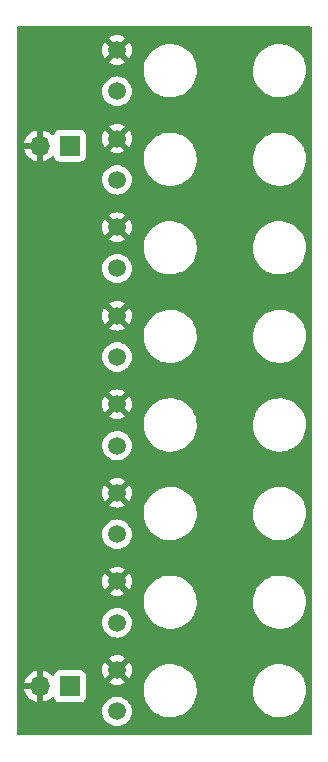
<source format=gbr>
%TF.GenerationSoftware,KiCad,Pcbnew,7.0.1*%
%TF.CreationDate,2023-10-04T10:51:44-04:00*%
%TF.ProjectId,TacTile-L1,54616354-696c-4652-9d4c-312e6b696361,rev?*%
%TF.SameCoordinates,Original*%
%TF.FileFunction,Copper,L1,Top*%
%TF.FilePolarity,Positive*%
%FSLAX46Y46*%
G04 Gerber Fmt 4.6, Leading zero omitted, Abs format (unit mm)*
G04 Created by KiCad (PCBNEW 7.0.1) date 2023-10-04 10:51:44*
%MOMM*%
%LPD*%
G01*
G04 APERTURE LIST*
%TA.AperFunction,ComponentPad*%
%ADD10C,1.500000*%
%TD*%
%TA.AperFunction,ComponentPad*%
%ADD11R,1.700000X1.700000*%
%TD*%
%TA.AperFunction,ComponentPad*%
%ADD12O,1.700000X1.700000*%
%TD*%
G04 APERTURE END LIST*
D10*
%TO.P,LD6,1,K*%
%TO.N,/GND*%
X33500000Y-68000000D03*
%TO.P,LD6,2,A*%
%TO.N,/VCC*%
X33500000Y-64500000D03*
%TD*%
%TO.P,LD2,1,K*%
%TO.N,/GND*%
X33500000Y-38000000D03*
%TO.P,LD2,2,A*%
%TO.N,/VCC*%
X33500000Y-34500000D03*
%TD*%
%TO.P,LD7,1,K*%
%TO.N,/GND*%
X33500000Y-75500000D03*
%TO.P,LD7,2,A*%
%TO.N,/VCC*%
X33500000Y-72000000D03*
%TD*%
%TO.P,LD8,1,K*%
%TO.N,/GND*%
X33500000Y-83000000D03*
%TO.P,LD8,2,A*%
%TO.N,/VCC*%
X33500000Y-79500000D03*
%TD*%
D11*
%TO.P,J2,1,Pin_1*%
%TO.N,/GND*%
X29500000Y-80875000D03*
D12*
%TO.P,J2,2,Pin_2*%
%TO.N,/VCC*%
X26960000Y-80875000D03*
%TD*%
D10*
%TO.P,LD5,1,K*%
%TO.N,/GND*%
X33500000Y-60500000D03*
%TO.P,LD5,2,A*%
%TO.N,/VCC*%
X33500000Y-57000000D03*
%TD*%
D11*
%TO.P,J1,1,Pin_1*%
%TO.N,/GND*%
X29500000Y-35100000D03*
D12*
%TO.P,J1,2,Pin_2*%
%TO.N,/VCC*%
X26960000Y-35100000D03*
%TD*%
D10*
%TO.P,LD3,1,K*%
%TO.N,/GND*%
X33500000Y-45500000D03*
%TO.P,LD3,2,A*%
%TO.N,/VCC*%
X33500000Y-42000000D03*
%TD*%
%TO.P,LD1,1,K*%
%TO.N,/GND*%
X33500000Y-30500000D03*
%TO.P,LD1,2,A*%
%TO.N,/VCC*%
X33500000Y-27000000D03*
%TD*%
%TO.P,LD4,1,K*%
%TO.N,/GND*%
X33500000Y-53000000D03*
%TO.P,LD4,2,A*%
%TO.N,/VCC*%
X33500000Y-49500000D03*
%TD*%
%TA.AperFunction,Conductor*%
%TO.N,/VCC*%
G36*
X49937500Y-25017113D02*
G01*
X49982887Y-25062500D01*
X49999500Y-25124500D01*
X49999500Y-84875500D01*
X49982887Y-84937500D01*
X49937500Y-84982887D01*
X49875500Y-84999500D01*
X25124500Y-84999500D01*
X25062500Y-84982887D01*
X25017113Y-84937500D01*
X25000500Y-84875500D01*
X25000500Y-82999999D01*
X32244722Y-82999999D01*
X32263792Y-83217974D01*
X32307404Y-83380737D01*
X32320425Y-83429330D01*
X32412898Y-83627639D01*
X32538402Y-83806877D01*
X32693123Y-83961598D01*
X32872361Y-84087102D01*
X33070670Y-84179575D01*
X33282023Y-84236207D01*
X33500000Y-84255277D01*
X33717977Y-84236207D01*
X33929330Y-84179575D01*
X34127639Y-84087102D01*
X34306877Y-83961598D01*
X34461598Y-83806877D01*
X34587102Y-83627639D01*
X34679575Y-83429330D01*
X34736207Y-83217977D01*
X34755277Y-83000000D01*
X34736207Y-82782023D01*
X34679575Y-82570670D01*
X34587102Y-82372362D01*
X34461598Y-82193123D01*
X34306877Y-82038402D01*
X34127639Y-81912898D01*
X34036205Y-81870261D01*
X33929331Y-81820425D01*
X33717974Y-81763792D01*
X33500000Y-81744722D01*
X33282025Y-81763792D01*
X33070668Y-81820425D01*
X32872361Y-81912898D01*
X32693122Y-82038402D01*
X32538402Y-82193122D01*
X32412898Y-82372361D01*
X32320425Y-82570668D01*
X32263792Y-82782025D01*
X32244722Y-82999999D01*
X25000500Y-82999999D01*
X25000500Y-81125000D01*
X25629364Y-81125000D01*
X25686569Y-81338492D01*
X25786399Y-81552576D01*
X25921893Y-81746081D01*
X26088918Y-81913106D01*
X26282423Y-82048600D01*
X26496507Y-82148430D01*
X26709999Y-82205635D01*
X26710000Y-82205636D01*
X26710000Y-82205635D01*
X27210000Y-82205635D01*
X27423492Y-82148430D01*
X27637576Y-82048600D01*
X27831077Y-81913109D01*
X27953133Y-81791053D01*
X28005880Y-81759757D01*
X28067173Y-81757568D01*
X28122018Y-81785021D01*
X28156996Y-81835399D01*
X28206204Y-81967331D01*
X28292454Y-82082546D01*
X28407669Y-82168796D01*
X28542517Y-82219091D01*
X28602127Y-82225500D01*
X30397872Y-82225499D01*
X30457483Y-82219091D01*
X30592331Y-82168796D01*
X30707546Y-82082546D01*
X30793796Y-81967331D01*
X30844091Y-81832483D01*
X30850500Y-81772873D01*
X30850500Y-81325372D01*
X35745723Y-81325372D01*
X35775881Y-81625160D01*
X35845731Y-81918262D01*
X35954021Y-82199432D01*
X36098824Y-82463664D01*
X36098825Y-82463665D01*
X36277554Y-82706238D01*
X36487020Y-82922824D01*
X36723485Y-83109558D01*
X36982730Y-83263109D01*
X37260128Y-83380736D01*
X37260129Y-83380736D01*
X37260131Y-83380737D01*
X37324179Y-83398281D01*
X37550729Y-83460340D01*
X37849347Y-83500500D01*
X38075244Y-83500500D01*
X38075246Y-83500500D01*
X38300635Y-83485412D01*
X38423994Y-83460338D01*
X38595903Y-83425396D01*
X38880537Y-83326560D01*
X39149459Y-83190668D01*
X39397869Y-83020144D01*
X39621333Y-82818032D01*
X39815865Y-82587939D01*
X39977993Y-82333970D01*
X40104823Y-82060658D01*
X40194093Y-81772879D01*
X40244209Y-81475770D01*
X40249237Y-81325372D01*
X44995723Y-81325372D01*
X45025881Y-81625160D01*
X45095731Y-81918262D01*
X45204021Y-82199432D01*
X45348824Y-82463664D01*
X45348825Y-82463665D01*
X45527554Y-82706238D01*
X45737020Y-82922824D01*
X45973485Y-83109558D01*
X46232730Y-83263109D01*
X46510128Y-83380736D01*
X46510129Y-83380736D01*
X46510131Y-83380737D01*
X46574179Y-83398281D01*
X46800729Y-83460340D01*
X47099347Y-83500500D01*
X47325244Y-83500500D01*
X47325246Y-83500500D01*
X47550635Y-83485412D01*
X47673994Y-83460338D01*
X47845903Y-83425396D01*
X48130537Y-83326560D01*
X48399459Y-83190668D01*
X48647869Y-83020144D01*
X48871333Y-82818032D01*
X49065865Y-82587939D01*
X49227993Y-82333970D01*
X49354823Y-82060658D01*
X49444093Y-81772879D01*
X49494209Y-81475770D01*
X49504277Y-81174631D01*
X49474118Y-80874838D01*
X49404269Y-80581739D01*
X49349425Y-80439339D01*
X49295978Y-80300567D01*
X49151175Y-80036335D01*
X48972445Y-79793761D01*
X48762979Y-79577175D01*
X48526514Y-79390441D01*
X48389568Y-79309328D01*
X48267270Y-79236891D01*
X48085671Y-79159886D01*
X47989868Y-79119262D01*
X47699275Y-79039661D01*
X47699274Y-79039660D01*
X47699271Y-79039660D01*
X47400653Y-78999500D01*
X47174756Y-78999500D01*
X47174754Y-78999500D01*
X46949364Y-79014587D01*
X46654098Y-79074603D01*
X46369459Y-79173441D01*
X46100546Y-79309328D01*
X45852127Y-79479858D01*
X45628668Y-79681966D01*
X45434135Y-79912061D01*
X45272005Y-80166032D01*
X45145178Y-80439339D01*
X45055907Y-80727120D01*
X45005791Y-81024230D01*
X44995723Y-81325372D01*
X40249237Y-81325372D01*
X40254277Y-81174631D01*
X40224118Y-80874838D01*
X40154269Y-80581739D01*
X40099425Y-80439339D01*
X40045978Y-80300567D01*
X39901175Y-80036335D01*
X39722445Y-79793761D01*
X39512979Y-79577175D01*
X39276514Y-79390441D01*
X39139568Y-79309328D01*
X39017270Y-79236891D01*
X38835671Y-79159886D01*
X38739868Y-79119262D01*
X38449275Y-79039661D01*
X38449274Y-79039660D01*
X38449271Y-79039660D01*
X38150653Y-78999500D01*
X37924756Y-78999500D01*
X37924754Y-78999500D01*
X37699364Y-79014587D01*
X37404098Y-79074603D01*
X37119459Y-79173441D01*
X36850546Y-79309328D01*
X36602127Y-79479858D01*
X36378668Y-79681966D01*
X36184135Y-79912061D01*
X36022005Y-80166032D01*
X35895178Y-80439339D01*
X35805907Y-80727120D01*
X35755791Y-81024230D01*
X35745723Y-81325372D01*
X30850500Y-81325372D01*
X30850499Y-80543124D01*
X32810426Y-80543124D01*
X32810427Y-80543125D01*
X32872610Y-80586666D01*
X33070840Y-80679102D01*
X33282113Y-80735712D01*
X33500000Y-80754775D01*
X33717886Y-80735712D01*
X33929159Y-80679102D01*
X34127385Y-80586667D01*
X34189572Y-80543124D01*
X33500001Y-79853553D01*
X33500000Y-79853553D01*
X32810426Y-80543124D01*
X30850499Y-80543124D01*
X30850499Y-79977128D01*
X30844091Y-79917517D01*
X30793796Y-79782669D01*
X30707546Y-79667454D01*
X30592331Y-79581204D01*
X30457483Y-79530909D01*
X30397873Y-79524500D01*
X30397869Y-79524500D01*
X28602130Y-79524500D01*
X28542515Y-79530909D01*
X28407669Y-79581204D01*
X28292454Y-79667454D01*
X28206204Y-79782669D01*
X28156997Y-79914599D01*
X28122018Y-79964978D01*
X28067173Y-79992431D01*
X28005880Y-79990242D01*
X27953134Y-79958946D01*
X27831081Y-79836893D01*
X27637576Y-79701399D01*
X27423492Y-79601569D01*
X27210000Y-79544364D01*
X27210000Y-82205635D01*
X26710000Y-82205635D01*
X26710000Y-81125000D01*
X25629364Y-81125000D01*
X25000500Y-81125000D01*
X25000500Y-80625000D01*
X25629364Y-80625000D01*
X26710000Y-80625000D01*
X26710000Y-79544364D01*
X26709999Y-79544364D01*
X26496507Y-79601569D01*
X26282421Y-79701400D01*
X26088921Y-79836890D01*
X25921890Y-80003921D01*
X25786400Y-80197421D01*
X25686569Y-80411507D01*
X25629364Y-80624999D01*
X25629364Y-80625000D01*
X25000500Y-80625000D01*
X25000500Y-79499999D01*
X32245224Y-79499999D01*
X32264287Y-79717886D01*
X32320898Y-79929161D01*
X32413331Y-80127386D01*
X32456873Y-80189571D01*
X32456875Y-80189572D01*
X33146447Y-79500001D01*
X33853553Y-79500001D01*
X34543124Y-80189572D01*
X34586667Y-80127385D01*
X34679102Y-79929159D01*
X34735712Y-79717886D01*
X34754775Y-79500000D01*
X34735712Y-79282113D01*
X34679102Y-79070840D01*
X34586667Y-78872615D01*
X34543123Y-78810428D01*
X33853553Y-79500000D01*
X33853553Y-79500001D01*
X33146447Y-79500001D01*
X33146447Y-79500000D01*
X32456875Y-78810427D01*
X32456874Y-78810428D01*
X32413333Y-78872611D01*
X32320897Y-79070840D01*
X32264287Y-79282113D01*
X32245224Y-79499999D01*
X25000500Y-79499999D01*
X25000500Y-78456875D01*
X32810427Y-78456875D01*
X33500000Y-79146447D01*
X33500001Y-79146447D01*
X34189572Y-78456875D01*
X34189571Y-78456873D01*
X34127386Y-78413331D01*
X33929161Y-78320898D01*
X33717886Y-78264287D01*
X33500000Y-78245224D01*
X33282113Y-78264287D01*
X33070840Y-78320897D01*
X32872611Y-78413333D01*
X32810428Y-78456874D01*
X32810427Y-78456875D01*
X25000500Y-78456875D01*
X25000500Y-75500000D01*
X32244722Y-75500000D01*
X32263792Y-75717974D01*
X32307404Y-75880737D01*
X32320425Y-75929330D01*
X32412898Y-76127639D01*
X32538402Y-76306877D01*
X32693123Y-76461598D01*
X32872361Y-76587102D01*
X33070670Y-76679575D01*
X33282023Y-76736207D01*
X33500000Y-76755277D01*
X33717977Y-76736207D01*
X33929330Y-76679575D01*
X34127639Y-76587102D01*
X34306877Y-76461598D01*
X34461598Y-76306877D01*
X34587102Y-76127639D01*
X34679575Y-75929330D01*
X34736207Y-75717977D01*
X34755277Y-75500000D01*
X34736207Y-75282023D01*
X34679575Y-75070670D01*
X34587102Y-74872362D01*
X34461598Y-74693123D01*
X34306877Y-74538402D01*
X34127639Y-74412898D01*
X34036205Y-74370261D01*
X33929331Y-74320425D01*
X33717974Y-74263792D01*
X33500000Y-74244722D01*
X33282025Y-74263792D01*
X33070668Y-74320425D01*
X32872361Y-74412898D01*
X32693122Y-74538402D01*
X32538402Y-74693122D01*
X32412898Y-74872361D01*
X32320425Y-75070668D01*
X32263792Y-75282025D01*
X32244722Y-75500000D01*
X25000500Y-75500000D01*
X25000500Y-73825372D01*
X35745723Y-73825372D01*
X35775881Y-74125160D01*
X35845731Y-74418262D01*
X35954021Y-74699432D01*
X36098824Y-74963664D01*
X36098825Y-74963665D01*
X36277554Y-75206238D01*
X36487020Y-75422824D01*
X36723485Y-75609558D01*
X36982730Y-75763109D01*
X37260128Y-75880736D01*
X37260129Y-75880736D01*
X37260131Y-75880737D01*
X37324179Y-75898281D01*
X37550729Y-75960340D01*
X37849347Y-76000500D01*
X38075244Y-76000500D01*
X38075246Y-76000500D01*
X38300635Y-75985412D01*
X38423994Y-75960338D01*
X38595903Y-75925396D01*
X38880537Y-75826560D01*
X39149459Y-75690668D01*
X39397869Y-75520144D01*
X39621333Y-75318032D01*
X39815865Y-75087939D01*
X39977993Y-74833970D01*
X40104823Y-74560658D01*
X40194093Y-74272879D01*
X40244209Y-73975770D01*
X40249237Y-73825372D01*
X44995723Y-73825372D01*
X45025881Y-74125160D01*
X45095731Y-74418262D01*
X45204021Y-74699432D01*
X45348824Y-74963664D01*
X45348825Y-74963665D01*
X45527554Y-75206238D01*
X45737020Y-75422824D01*
X45973485Y-75609558D01*
X46232730Y-75763109D01*
X46510128Y-75880736D01*
X46510129Y-75880736D01*
X46510131Y-75880737D01*
X46574179Y-75898281D01*
X46800729Y-75960340D01*
X47099347Y-76000500D01*
X47325244Y-76000500D01*
X47325246Y-76000500D01*
X47550635Y-75985412D01*
X47673994Y-75960338D01*
X47845903Y-75925396D01*
X48130537Y-75826560D01*
X48399459Y-75690668D01*
X48647869Y-75520144D01*
X48871333Y-75318032D01*
X49065865Y-75087939D01*
X49227993Y-74833970D01*
X49354823Y-74560658D01*
X49444093Y-74272879D01*
X49494209Y-73975770D01*
X49504277Y-73674631D01*
X49474118Y-73374838D01*
X49404269Y-73081739D01*
X49349425Y-72939339D01*
X49295978Y-72800567D01*
X49151175Y-72536335D01*
X48972445Y-72293761D01*
X48762979Y-72077175D01*
X48526514Y-71890441D01*
X48389568Y-71809328D01*
X48267270Y-71736891D01*
X48085671Y-71659886D01*
X47989868Y-71619262D01*
X47699275Y-71539661D01*
X47699274Y-71539660D01*
X47699271Y-71539660D01*
X47400653Y-71499500D01*
X47174756Y-71499500D01*
X47174754Y-71499500D01*
X46949364Y-71514587D01*
X46654098Y-71574603D01*
X46369459Y-71673441D01*
X46100546Y-71809328D01*
X45852127Y-71979858D01*
X45628668Y-72181966D01*
X45434135Y-72412061D01*
X45272005Y-72666032D01*
X45145178Y-72939339D01*
X45055907Y-73227120D01*
X45005791Y-73524230D01*
X44995723Y-73825372D01*
X40249237Y-73825372D01*
X40254277Y-73674631D01*
X40224118Y-73374838D01*
X40154269Y-73081739D01*
X40099425Y-72939339D01*
X40045978Y-72800567D01*
X39901175Y-72536335D01*
X39722445Y-72293761D01*
X39512979Y-72077175D01*
X39276514Y-71890441D01*
X39139568Y-71809328D01*
X39017270Y-71736891D01*
X38835671Y-71659886D01*
X38739868Y-71619262D01*
X38449275Y-71539661D01*
X38449274Y-71539660D01*
X38449271Y-71539660D01*
X38150653Y-71499500D01*
X37924756Y-71499500D01*
X37924754Y-71499500D01*
X37699364Y-71514587D01*
X37404098Y-71574603D01*
X37119459Y-71673441D01*
X36850546Y-71809328D01*
X36602127Y-71979858D01*
X36378668Y-72181966D01*
X36184135Y-72412061D01*
X36022005Y-72666032D01*
X35895178Y-72939339D01*
X35805907Y-73227120D01*
X35755791Y-73524230D01*
X35745723Y-73825372D01*
X25000500Y-73825372D01*
X25000500Y-73043124D01*
X32810426Y-73043124D01*
X32810427Y-73043125D01*
X32872610Y-73086666D01*
X33070840Y-73179102D01*
X33282113Y-73235712D01*
X33500000Y-73254775D01*
X33717886Y-73235712D01*
X33929159Y-73179102D01*
X34127385Y-73086667D01*
X34189572Y-73043124D01*
X33500001Y-72353553D01*
X33500000Y-72353553D01*
X32810426Y-73043124D01*
X25000500Y-73043124D01*
X25000500Y-71999999D01*
X32245224Y-71999999D01*
X32264287Y-72217886D01*
X32320898Y-72429161D01*
X32413331Y-72627386D01*
X32456873Y-72689571D01*
X32456875Y-72689572D01*
X33146447Y-72000001D01*
X33853553Y-72000001D01*
X34543124Y-72689572D01*
X34586667Y-72627385D01*
X34679102Y-72429159D01*
X34735712Y-72217886D01*
X34754775Y-72000000D01*
X34735712Y-71782113D01*
X34679102Y-71570840D01*
X34586667Y-71372615D01*
X34543123Y-71310428D01*
X33853553Y-72000000D01*
X33853553Y-72000001D01*
X33146447Y-72000001D01*
X33146447Y-72000000D01*
X32456875Y-71310427D01*
X32456874Y-71310428D01*
X32413333Y-71372611D01*
X32320897Y-71570840D01*
X32264287Y-71782113D01*
X32245224Y-71999999D01*
X25000500Y-71999999D01*
X25000500Y-70956875D01*
X32810427Y-70956875D01*
X33500000Y-71646447D01*
X33500001Y-71646447D01*
X34189572Y-70956875D01*
X34189571Y-70956873D01*
X34127386Y-70913331D01*
X33929161Y-70820898D01*
X33717886Y-70764287D01*
X33500000Y-70745224D01*
X33282113Y-70764287D01*
X33070840Y-70820897D01*
X32872611Y-70913333D01*
X32810428Y-70956874D01*
X32810427Y-70956875D01*
X25000500Y-70956875D01*
X25000500Y-68000000D01*
X32244722Y-68000000D01*
X32263792Y-68217974D01*
X32307404Y-68380737D01*
X32320425Y-68429330D01*
X32412898Y-68627639D01*
X32538402Y-68806877D01*
X32693123Y-68961598D01*
X32872361Y-69087102D01*
X33070670Y-69179575D01*
X33282023Y-69236207D01*
X33500000Y-69255277D01*
X33717977Y-69236207D01*
X33929330Y-69179575D01*
X34127639Y-69087102D01*
X34306877Y-68961598D01*
X34461598Y-68806877D01*
X34587102Y-68627639D01*
X34679575Y-68429330D01*
X34736207Y-68217977D01*
X34755277Y-68000000D01*
X34736207Y-67782023D01*
X34679575Y-67570670D01*
X34587102Y-67372362D01*
X34461598Y-67193123D01*
X34306877Y-67038402D01*
X34127639Y-66912898D01*
X34036205Y-66870261D01*
X33929331Y-66820425D01*
X33717974Y-66763792D01*
X33500000Y-66744722D01*
X33282025Y-66763792D01*
X33070668Y-66820425D01*
X32872361Y-66912898D01*
X32693122Y-67038402D01*
X32538402Y-67193122D01*
X32412898Y-67372361D01*
X32320425Y-67570668D01*
X32263792Y-67782025D01*
X32244722Y-68000000D01*
X25000500Y-68000000D01*
X25000500Y-66325372D01*
X35745723Y-66325372D01*
X35775881Y-66625160D01*
X35845731Y-66918262D01*
X35954021Y-67199432D01*
X36098824Y-67463664D01*
X36098825Y-67463665D01*
X36277554Y-67706238D01*
X36487020Y-67922824D01*
X36723485Y-68109558D01*
X36982730Y-68263109D01*
X37260128Y-68380736D01*
X37260129Y-68380736D01*
X37260131Y-68380737D01*
X37324179Y-68398281D01*
X37550729Y-68460340D01*
X37849347Y-68500500D01*
X38075244Y-68500500D01*
X38075246Y-68500500D01*
X38300635Y-68485412D01*
X38423994Y-68460338D01*
X38595903Y-68425396D01*
X38880537Y-68326560D01*
X39149459Y-68190668D01*
X39397869Y-68020144D01*
X39621333Y-67818032D01*
X39815865Y-67587939D01*
X39977993Y-67333970D01*
X40104823Y-67060658D01*
X40194093Y-66772879D01*
X40244209Y-66475770D01*
X40249237Y-66325372D01*
X44995723Y-66325372D01*
X45025881Y-66625160D01*
X45095731Y-66918262D01*
X45204021Y-67199432D01*
X45348824Y-67463664D01*
X45348825Y-67463665D01*
X45527554Y-67706238D01*
X45737020Y-67922824D01*
X45973485Y-68109558D01*
X46232730Y-68263109D01*
X46510128Y-68380736D01*
X46510129Y-68380736D01*
X46510131Y-68380737D01*
X46574179Y-68398281D01*
X46800729Y-68460340D01*
X47099347Y-68500500D01*
X47325244Y-68500500D01*
X47325246Y-68500500D01*
X47550635Y-68485412D01*
X47673994Y-68460338D01*
X47845903Y-68425396D01*
X48130537Y-68326560D01*
X48399459Y-68190668D01*
X48647869Y-68020144D01*
X48871333Y-67818032D01*
X49065865Y-67587939D01*
X49227993Y-67333970D01*
X49354823Y-67060658D01*
X49444093Y-66772879D01*
X49494209Y-66475770D01*
X49504277Y-66174631D01*
X49474118Y-65874838D01*
X49404269Y-65581739D01*
X49349425Y-65439339D01*
X49295978Y-65300567D01*
X49151175Y-65036335D01*
X48972445Y-64793761D01*
X48762979Y-64577175D01*
X48526514Y-64390441D01*
X48389568Y-64309328D01*
X48267270Y-64236891D01*
X48085671Y-64159886D01*
X47989868Y-64119262D01*
X47699275Y-64039661D01*
X47699274Y-64039660D01*
X47699271Y-64039660D01*
X47400653Y-63999500D01*
X47174756Y-63999500D01*
X47174754Y-63999500D01*
X46949364Y-64014587D01*
X46654098Y-64074603D01*
X46369459Y-64173441D01*
X46100546Y-64309328D01*
X45852127Y-64479858D01*
X45628668Y-64681966D01*
X45434135Y-64912061D01*
X45272005Y-65166032D01*
X45145178Y-65439339D01*
X45055907Y-65727120D01*
X45005791Y-66024230D01*
X44995723Y-66325372D01*
X40249237Y-66325372D01*
X40254277Y-66174631D01*
X40224118Y-65874838D01*
X40154269Y-65581739D01*
X40099425Y-65439339D01*
X40045978Y-65300567D01*
X39901175Y-65036335D01*
X39722445Y-64793761D01*
X39512979Y-64577175D01*
X39276514Y-64390441D01*
X39139568Y-64309328D01*
X39017270Y-64236891D01*
X38835671Y-64159886D01*
X38739868Y-64119262D01*
X38449275Y-64039661D01*
X38449274Y-64039660D01*
X38449271Y-64039660D01*
X38150653Y-63999500D01*
X37924756Y-63999500D01*
X37924754Y-63999500D01*
X37699364Y-64014587D01*
X37404098Y-64074603D01*
X37119459Y-64173441D01*
X36850546Y-64309328D01*
X36602127Y-64479858D01*
X36378668Y-64681966D01*
X36184135Y-64912061D01*
X36022005Y-65166032D01*
X35895178Y-65439339D01*
X35805907Y-65727120D01*
X35755791Y-66024230D01*
X35745723Y-66325372D01*
X25000500Y-66325372D01*
X25000500Y-65543124D01*
X32810426Y-65543124D01*
X32810427Y-65543125D01*
X32872610Y-65586666D01*
X33070840Y-65679102D01*
X33282113Y-65735712D01*
X33500000Y-65754775D01*
X33717886Y-65735712D01*
X33929159Y-65679102D01*
X34127385Y-65586667D01*
X34189572Y-65543124D01*
X33500001Y-64853553D01*
X33500000Y-64853553D01*
X32810426Y-65543124D01*
X25000500Y-65543124D01*
X25000500Y-64500000D01*
X32245224Y-64500000D01*
X32264287Y-64717886D01*
X32320898Y-64929161D01*
X32413331Y-65127386D01*
X32456873Y-65189571D01*
X32456875Y-65189572D01*
X33146447Y-64500001D01*
X33853553Y-64500001D01*
X34543124Y-65189572D01*
X34586667Y-65127385D01*
X34679102Y-64929159D01*
X34735712Y-64717886D01*
X34754775Y-64500000D01*
X34735712Y-64282113D01*
X34679102Y-64070840D01*
X34586667Y-63872615D01*
X34543123Y-63810428D01*
X33853553Y-64500000D01*
X33853553Y-64500001D01*
X33146447Y-64500001D01*
X33146447Y-64500000D01*
X32456875Y-63810427D01*
X32456874Y-63810428D01*
X32413333Y-63872611D01*
X32320897Y-64070840D01*
X32264287Y-64282113D01*
X32245224Y-64500000D01*
X25000500Y-64500000D01*
X25000500Y-63456875D01*
X32810427Y-63456875D01*
X33500000Y-64146447D01*
X33500001Y-64146447D01*
X34189572Y-63456875D01*
X34189571Y-63456873D01*
X34127386Y-63413331D01*
X33929161Y-63320898D01*
X33717886Y-63264287D01*
X33500000Y-63245224D01*
X33282113Y-63264287D01*
X33070840Y-63320897D01*
X32872611Y-63413333D01*
X32810428Y-63456874D01*
X32810427Y-63456875D01*
X25000500Y-63456875D01*
X25000500Y-60499999D01*
X32244722Y-60499999D01*
X32263792Y-60717974D01*
X32307404Y-60880737D01*
X32320425Y-60929330D01*
X32412898Y-61127639D01*
X32538402Y-61306877D01*
X32693123Y-61461598D01*
X32872361Y-61587102D01*
X33070670Y-61679575D01*
X33282023Y-61736207D01*
X33500000Y-61755277D01*
X33717977Y-61736207D01*
X33929330Y-61679575D01*
X34127639Y-61587102D01*
X34306877Y-61461598D01*
X34461598Y-61306877D01*
X34587102Y-61127639D01*
X34679575Y-60929330D01*
X34736207Y-60717977D01*
X34755277Y-60500000D01*
X34736207Y-60282023D01*
X34679575Y-60070670D01*
X34587102Y-59872362D01*
X34461598Y-59693123D01*
X34306877Y-59538402D01*
X34127639Y-59412898D01*
X34036205Y-59370261D01*
X33929331Y-59320425D01*
X33717974Y-59263792D01*
X33500000Y-59244722D01*
X33282025Y-59263792D01*
X33070668Y-59320425D01*
X32872361Y-59412898D01*
X32693122Y-59538402D01*
X32538402Y-59693122D01*
X32412898Y-59872361D01*
X32320425Y-60070668D01*
X32263792Y-60282025D01*
X32244722Y-60499999D01*
X25000500Y-60499999D01*
X25000500Y-58825372D01*
X35745723Y-58825372D01*
X35775881Y-59125160D01*
X35845731Y-59418262D01*
X35954021Y-59699432D01*
X36098824Y-59963664D01*
X36098825Y-59963665D01*
X36277554Y-60206238D01*
X36487020Y-60422824D01*
X36723485Y-60609558D01*
X36982730Y-60763109D01*
X37260128Y-60880736D01*
X37260129Y-60880736D01*
X37260131Y-60880737D01*
X37324179Y-60898281D01*
X37550729Y-60960340D01*
X37849347Y-61000500D01*
X38075244Y-61000500D01*
X38075246Y-61000500D01*
X38300635Y-60985412D01*
X38423994Y-60960338D01*
X38595903Y-60925396D01*
X38880537Y-60826560D01*
X39149459Y-60690668D01*
X39397869Y-60520144D01*
X39621333Y-60318032D01*
X39815865Y-60087939D01*
X39977993Y-59833970D01*
X40104823Y-59560658D01*
X40194093Y-59272879D01*
X40244209Y-58975770D01*
X40249237Y-58825372D01*
X44995723Y-58825372D01*
X45025881Y-59125160D01*
X45095731Y-59418262D01*
X45204021Y-59699432D01*
X45348824Y-59963664D01*
X45348825Y-59963665D01*
X45527554Y-60206238D01*
X45737020Y-60422824D01*
X45973485Y-60609558D01*
X46232730Y-60763109D01*
X46510128Y-60880736D01*
X46510129Y-60880736D01*
X46510131Y-60880737D01*
X46574179Y-60898281D01*
X46800729Y-60960340D01*
X47099347Y-61000500D01*
X47325244Y-61000500D01*
X47325246Y-61000500D01*
X47550635Y-60985412D01*
X47673994Y-60960338D01*
X47845903Y-60925396D01*
X48130537Y-60826560D01*
X48399459Y-60690668D01*
X48647869Y-60520144D01*
X48871333Y-60318032D01*
X49065865Y-60087939D01*
X49227993Y-59833970D01*
X49354823Y-59560658D01*
X49444093Y-59272879D01*
X49494209Y-58975770D01*
X49504277Y-58674631D01*
X49474118Y-58374838D01*
X49404269Y-58081739D01*
X49349425Y-57939339D01*
X49295978Y-57800567D01*
X49151175Y-57536335D01*
X48972445Y-57293761D01*
X48762979Y-57077175D01*
X48526514Y-56890441D01*
X48389568Y-56809328D01*
X48267270Y-56736891D01*
X48085671Y-56659886D01*
X47989868Y-56619262D01*
X47699275Y-56539661D01*
X47699274Y-56539660D01*
X47699271Y-56539660D01*
X47400653Y-56499500D01*
X47174756Y-56499500D01*
X47174754Y-56499500D01*
X46949364Y-56514587D01*
X46654098Y-56574603D01*
X46369459Y-56673441D01*
X46100546Y-56809328D01*
X45852127Y-56979858D01*
X45628668Y-57181966D01*
X45434135Y-57412061D01*
X45272005Y-57666032D01*
X45145178Y-57939339D01*
X45055907Y-58227120D01*
X45005791Y-58524230D01*
X44995723Y-58825372D01*
X40249237Y-58825372D01*
X40254277Y-58674631D01*
X40224118Y-58374838D01*
X40154269Y-58081739D01*
X40099425Y-57939339D01*
X40045978Y-57800567D01*
X39901175Y-57536335D01*
X39722445Y-57293761D01*
X39512979Y-57077175D01*
X39276514Y-56890441D01*
X39139568Y-56809328D01*
X39017270Y-56736891D01*
X38835671Y-56659886D01*
X38739868Y-56619262D01*
X38449275Y-56539661D01*
X38449274Y-56539660D01*
X38449271Y-56539660D01*
X38150653Y-56499500D01*
X37924756Y-56499500D01*
X37924754Y-56499500D01*
X37699364Y-56514587D01*
X37404098Y-56574603D01*
X37119459Y-56673441D01*
X36850546Y-56809328D01*
X36602127Y-56979858D01*
X36378668Y-57181966D01*
X36184135Y-57412061D01*
X36022005Y-57666032D01*
X35895178Y-57939339D01*
X35805907Y-58227120D01*
X35755791Y-58524230D01*
X35745723Y-58825372D01*
X25000500Y-58825372D01*
X25000500Y-58043124D01*
X32810426Y-58043124D01*
X32810427Y-58043125D01*
X32872610Y-58086666D01*
X33070840Y-58179102D01*
X33282113Y-58235712D01*
X33500000Y-58254775D01*
X33717886Y-58235712D01*
X33929159Y-58179102D01*
X34127385Y-58086667D01*
X34189572Y-58043124D01*
X33500001Y-57353553D01*
X33500000Y-57353553D01*
X32810426Y-58043124D01*
X25000500Y-58043124D01*
X25000500Y-56999999D01*
X32245224Y-56999999D01*
X32264287Y-57217886D01*
X32320898Y-57429161D01*
X32413331Y-57627386D01*
X32456873Y-57689571D01*
X32456875Y-57689572D01*
X33146447Y-57000001D01*
X33853553Y-57000001D01*
X34543124Y-57689572D01*
X34586667Y-57627385D01*
X34679102Y-57429159D01*
X34735712Y-57217886D01*
X34754775Y-56999999D01*
X34735712Y-56782113D01*
X34679102Y-56570840D01*
X34586667Y-56372615D01*
X34543123Y-56310428D01*
X33853553Y-57000000D01*
X33853553Y-57000001D01*
X33146447Y-57000001D01*
X33146447Y-57000000D01*
X32456875Y-56310427D01*
X32456874Y-56310428D01*
X32413333Y-56372611D01*
X32320897Y-56570840D01*
X32264287Y-56782113D01*
X32245224Y-56999999D01*
X25000500Y-56999999D01*
X25000500Y-55956875D01*
X32810427Y-55956875D01*
X33500000Y-56646447D01*
X33500001Y-56646447D01*
X34189572Y-55956875D01*
X34189571Y-55956873D01*
X34127386Y-55913331D01*
X33929161Y-55820898D01*
X33717886Y-55764287D01*
X33500000Y-55745224D01*
X33282113Y-55764287D01*
X33070840Y-55820897D01*
X32872611Y-55913333D01*
X32810428Y-55956874D01*
X32810427Y-55956875D01*
X25000500Y-55956875D01*
X25000500Y-52999999D01*
X32244722Y-52999999D01*
X32263792Y-53217974D01*
X32307404Y-53380737D01*
X32320425Y-53429330D01*
X32412898Y-53627639D01*
X32538402Y-53806877D01*
X32693123Y-53961598D01*
X32872361Y-54087102D01*
X33070670Y-54179575D01*
X33282023Y-54236207D01*
X33500000Y-54255277D01*
X33717977Y-54236207D01*
X33929330Y-54179575D01*
X34127639Y-54087102D01*
X34306877Y-53961598D01*
X34461598Y-53806877D01*
X34587102Y-53627639D01*
X34679575Y-53429330D01*
X34736207Y-53217977D01*
X34755277Y-53000000D01*
X34736207Y-52782023D01*
X34679575Y-52570670D01*
X34587102Y-52372362D01*
X34461598Y-52193123D01*
X34306877Y-52038402D01*
X34127639Y-51912898D01*
X34036205Y-51870261D01*
X33929331Y-51820425D01*
X33717974Y-51763792D01*
X33500000Y-51744722D01*
X33282025Y-51763792D01*
X33070668Y-51820425D01*
X32872361Y-51912898D01*
X32693122Y-52038402D01*
X32538402Y-52193122D01*
X32412898Y-52372361D01*
X32320425Y-52570668D01*
X32263792Y-52782025D01*
X32244722Y-52999999D01*
X25000500Y-52999999D01*
X25000500Y-51325372D01*
X35745723Y-51325372D01*
X35775881Y-51625160D01*
X35845731Y-51918262D01*
X35954021Y-52199432D01*
X36098824Y-52463664D01*
X36098825Y-52463665D01*
X36277554Y-52706238D01*
X36487020Y-52922824D01*
X36723485Y-53109558D01*
X36982730Y-53263109D01*
X37260128Y-53380736D01*
X37260129Y-53380736D01*
X37260131Y-53380737D01*
X37324179Y-53398281D01*
X37550729Y-53460340D01*
X37849347Y-53500500D01*
X38075244Y-53500500D01*
X38075246Y-53500500D01*
X38300635Y-53485412D01*
X38423994Y-53460338D01*
X38595903Y-53425396D01*
X38880537Y-53326560D01*
X39149459Y-53190668D01*
X39397869Y-53020144D01*
X39621333Y-52818032D01*
X39815865Y-52587939D01*
X39977993Y-52333970D01*
X40104823Y-52060658D01*
X40194093Y-51772879D01*
X40244209Y-51475770D01*
X40249237Y-51325372D01*
X44995723Y-51325372D01*
X45025881Y-51625160D01*
X45095731Y-51918262D01*
X45204021Y-52199432D01*
X45348824Y-52463664D01*
X45348825Y-52463665D01*
X45527554Y-52706238D01*
X45737020Y-52922824D01*
X45973485Y-53109558D01*
X46232730Y-53263109D01*
X46510128Y-53380736D01*
X46510129Y-53380736D01*
X46510131Y-53380737D01*
X46574179Y-53398281D01*
X46800729Y-53460340D01*
X47099347Y-53500500D01*
X47325244Y-53500500D01*
X47325246Y-53500500D01*
X47550635Y-53485412D01*
X47673994Y-53460338D01*
X47845903Y-53425396D01*
X48130537Y-53326560D01*
X48399459Y-53190668D01*
X48647869Y-53020144D01*
X48871333Y-52818032D01*
X49065865Y-52587939D01*
X49227993Y-52333970D01*
X49354823Y-52060658D01*
X49444093Y-51772879D01*
X49494209Y-51475770D01*
X49504277Y-51174631D01*
X49474118Y-50874838D01*
X49404269Y-50581739D01*
X49349425Y-50439339D01*
X49295978Y-50300567D01*
X49151175Y-50036335D01*
X48972445Y-49793761D01*
X48762979Y-49577175D01*
X48526514Y-49390441D01*
X48389568Y-49309328D01*
X48267270Y-49236891D01*
X48085671Y-49159886D01*
X47989868Y-49119262D01*
X47699275Y-49039661D01*
X47699274Y-49039660D01*
X47699271Y-49039660D01*
X47400653Y-48999500D01*
X47174756Y-48999500D01*
X47174754Y-48999500D01*
X46949364Y-49014587D01*
X46654098Y-49074603D01*
X46369459Y-49173441D01*
X46100546Y-49309328D01*
X45852127Y-49479858D01*
X45628668Y-49681966D01*
X45434135Y-49912061D01*
X45272005Y-50166032D01*
X45145178Y-50439339D01*
X45055907Y-50727120D01*
X45005791Y-51024230D01*
X44995723Y-51325372D01*
X40249237Y-51325372D01*
X40254277Y-51174631D01*
X40224118Y-50874838D01*
X40154269Y-50581739D01*
X40099425Y-50439339D01*
X40045978Y-50300567D01*
X39901175Y-50036335D01*
X39722445Y-49793761D01*
X39512979Y-49577175D01*
X39276514Y-49390441D01*
X39139568Y-49309328D01*
X39017270Y-49236891D01*
X38835671Y-49159886D01*
X38739868Y-49119262D01*
X38449275Y-49039661D01*
X38449274Y-49039660D01*
X38449271Y-49039660D01*
X38150653Y-48999500D01*
X37924756Y-48999500D01*
X37924754Y-48999500D01*
X37699364Y-49014587D01*
X37404098Y-49074603D01*
X37119459Y-49173441D01*
X36850546Y-49309328D01*
X36602127Y-49479858D01*
X36378668Y-49681966D01*
X36184135Y-49912061D01*
X36022005Y-50166032D01*
X35895178Y-50439339D01*
X35805907Y-50727120D01*
X35755791Y-51024230D01*
X35745723Y-51325372D01*
X25000500Y-51325372D01*
X25000500Y-50543124D01*
X32810426Y-50543124D01*
X32810427Y-50543125D01*
X32872610Y-50586666D01*
X33070840Y-50679102D01*
X33282113Y-50735712D01*
X33500000Y-50754775D01*
X33717886Y-50735712D01*
X33929159Y-50679102D01*
X34127385Y-50586667D01*
X34189572Y-50543124D01*
X33500001Y-49853553D01*
X33500000Y-49853553D01*
X32810426Y-50543124D01*
X25000500Y-50543124D01*
X25000500Y-49499999D01*
X32245224Y-49499999D01*
X32264287Y-49717886D01*
X32320898Y-49929161D01*
X32413331Y-50127386D01*
X32456873Y-50189571D01*
X32456875Y-50189572D01*
X33146447Y-49500001D01*
X33853553Y-49500001D01*
X34543124Y-50189572D01*
X34586667Y-50127385D01*
X34679102Y-49929159D01*
X34735712Y-49717886D01*
X34754775Y-49499999D01*
X34735712Y-49282113D01*
X34679102Y-49070840D01*
X34586667Y-48872615D01*
X34543123Y-48810428D01*
X33853553Y-49500000D01*
X33853553Y-49500001D01*
X33146447Y-49500001D01*
X33146447Y-49500000D01*
X32456875Y-48810427D01*
X32456874Y-48810428D01*
X32413333Y-48872611D01*
X32320897Y-49070840D01*
X32264287Y-49282113D01*
X32245224Y-49499999D01*
X25000500Y-49499999D01*
X25000500Y-48456875D01*
X32810427Y-48456875D01*
X33500000Y-49146447D01*
X33500001Y-49146447D01*
X34189572Y-48456875D01*
X34189571Y-48456873D01*
X34127386Y-48413331D01*
X33929161Y-48320898D01*
X33717886Y-48264287D01*
X33500000Y-48245224D01*
X33282113Y-48264287D01*
X33070840Y-48320897D01*
X32872611Y-48413333D01*
X32810428Y-48456874D01*
X32810427Y-48456875D01*
X25000500Y-48456875D01*
X25000500Y-45500000D01*
X32244722Y-45500000D01*
X32263792Y-45717974D01*
X32307404Y-45880737D01*
X32320425Y-45929330D01*
X32412898Y-46127639D01*
X32538402Y-46306877D01*
X32693123Y-46461598D01*
X32872361Y-46587102D01*
X33070670Y-46679575D01*
X33282023Y-46736207D01*
X33500000Y-46755277D01*
X33717977Y-46736207D01*
X33929330Y-46679575D01*
X34127639Y-46587102D01*
X34306877Y-46461598D01*
X34461598Y-46306877D01*
X34587102Y-46127639D01*
X34679575Y-45929330D01*
X34736207Y-45717977D01*
X34755277Y-45500000D01*
X34736207Y-45282023D01*
X34679575Y-45070670D01*
X34587102Y-44872362D01*
X34461598Y-44693123D01*
X34306877Y-44538402D01*
X34127639Y-44412898D01*
X34036205Y-44370261D01*
X33929331Y-44320425D01*
X33717974Y-44263792D01*
X33500000Y-44244722D01*
X33282025Y-44263792D01*
X33070668Y-44320425D01*
X32872361Y-44412898D01*
X32693122Y-44538402D01*
X32538402Y-44693122D01*
X32412898Y-44872361D01*
X32320425Y-45070668D01*
X32263792Y-45282025D01*
X32244722Y-45500000D01*
X25000500Y-45500000D01*
X25000500Y-43825372D01*
X35745723Y-43825372D01*
X35775881Y-44125160D01*
X35845731Y-44418262D01*
X35954021Y-44699432D01*
X36098824Y-44963664D01*
X36098825Y-44963665D01*
X36277554Y-45206238D01*
X36487020Y-45422824D01*
X36723485Y-45609558D01*
X36982730Y-45763109D01*
X37260128Y-45880736D01*
X37260129Y-45880736D01*
X37260131Y-45880737D01*
X37324179Y-45898281D01*
X37550729Y-45960340D01*
X37849347Y-46000500D01*
X38075244Y-46000500D01*
X38075246Y-46000500D01*
X38300635Y-45985412D01*
X38423994Y-45960338D01*
X38595903Y-45925396D01*
X38880537Y-45826560D01*
X39149459Y-45690668D01*
X39397869Y-45520144D01*
X39621333Y-45318032D01*
X39815865Y-45087939D01*
X39977993Y-44833970D01*
X40104823Y-44560658D01*
X40194093Y-44272879D01*
X40244209Y-43975770D01*
X40249237Y-43825372D01*
X44995723Y-43825372D01*
X45025881Y-44125160D01*
X45095731Y-44418262D01*
X45204021Y-44699432D01*
X45348824Y-44963664D01*
X45348825Y-44963665D01*
X45527554Y-45206238D01*
X45737020Y-45422824D01*
X45973485Y-45609558D01*
X46232730Y-45763109D01*
X46510128Y-45880736D01*
X46510129Y-45880736D01*
X46510131Y-45880737D01*
X46574179Y-45898281D01*
X46800729Y-45960340D01*
X47099347Y-46000500D01*
X47325244Y-46000500D01*
X47325246Y-46000500D01*
X47550635Y-45985412D01*
X47673994Y-45960338D01*
X47845903Y-45925396D01*
X48130537Y-45826560D01*
X48399459Y-45690668D01*
X48647869Y-45520144D01*
X48871333Y-45318032D01*
X49065865Y-45087939D01*
X49227993Y-44833970D01*
X49354823Y-44560658D01*
X49444093Y-44272879D01*
X49494209Y-43975770D01*
X49504277Y-43674631D01*
X49474118Y-43374838D01*
X49404269Y-43081739D01*
X49349425Y-42939339D01*
X49295978Y-42800567D01*
X49151175Y-42536335D01*
X48972445Y-42293761D01*
X48762979Y-42077175D01*
X48526514Y-41890441D01*
X48389568Y-41809328D01*
X48267270Y-41736891D01*
X48085671Y-41659886D01*
X47989868Y-41619262D01*
X47699275Y-41539661D01*
X47699274Y-41539660D01*
X47699271Y-41539660D01*
X47400653Y-41499500D01*
X47174756Y-41499500D01*
X47174754Y-41499500D01*
X46949364Y-41514587D01*
X46654098Y-41574603D01*
X46369459Y-41673441D01*
X46100546Y-41809328D01*
X45852127Y-41979858D01*
X45628668Y-42181966D01*
X45434135Y-42412061D01*
X45272005Y-42666032D01*
X45145178Y-42939339D01*
X45055907Y-43227120D01*
X45005791Y-43524230D01*
X44995723Y-43825372D01*
X40249237Y-43825372D01*
X40254277Y-43674631D01*
X40224118Y-43374838D01*
X40154269Y-43081739D01*
X40099425Y-42939339D01*
X40045978Y-42800567D01*
X39901175Y-42536335D01*
X39722445Y-42293761D01*
X39512979Y-42077175D01*
X39276514Y-41890441D01*
X39139568Y-41809328D01*
X39017270Y-41736891D01*
X38835671Y-41659886D01*
X38739868Y-41619262D01*
X38449275Y-41539661D01*
X38449274Y-41539660D01*
X38449271Y-41539660D01*
X38150653Y-41499500D01*
X37924756Y-41499500D01*
X37924754Y-41499500D01*
X37699364Y-41514587D01*
X37404098Y-41574603D01*
X37119459Y-41673441D01*
X36850546Y-41809328D01*
X36602127Y-41979858D01*
X36378668Y-42181966D01*
X36184135Y-42412061D01*
X36022005Y-42666032D01*
X35895178Y-42939339D01*
X35805907Y-43227120D01*
X35755791Y-43524230D01*
X35745723Y-43825372D01*
X25000500Y-43825372D01*
X25000500Y-43043124D01*
X32810426Y-43043124D01*
X32810427Y-43043125D01*
X32872610Y-43086666D01*
X33070840Y-43179102D01*
X33282113Y-43235712D01*
X33500000Y-43254775D01*
X33717886Y-43235712D01*
X33929159Y-43179102D01*
X34127385Y-43086667D01*
X34189572Y-43043124D01*
X33500001Y-42353553D01*
X33500000Y-42353553D01*
X32810426Y-43043124D01*
X25000500Y-43043124D01*
X25000500Y-41999999D01*
X32245224Y-41999999D01*
X32264287Y-42217886D01*
X32320898Y-42429161D01*
X32413331Y-42627386D01*
X32456873Y-42689571D01*
X32456875Y-42689572D01*
X33146447Y-42000001D01*
X33853553Y-42000001D01*
X34543124Y-42689572D01*
X34586667Y-42627385D01*
X34679102Y-42429159D01*
X34735712Y-42217886D01*
X34754775Y-42000000D01*
X34735712Y-41782113D01*
X34679102Y-41570840D01*
X34586667Y-41372615D01*
X34543123Y-41310428D01*
X33853553Y-42000000D01*
X33853553Y-42000001D01*
X33146447Y-42000001D01*
X33146447Y-42000000D01*
X32456875Y-41310427D01*
X32456874Y-41310428D01*
X32413333Y-41372611D01*
X32320897Y-41570840D01*
X32264287Y-41782113D01*
X32245224Y-41999999D01*
X25000500Y-41999999D01*
X25000500Y-40956875D01*
X32810427Y-40956875D01*
X33500000Y-41646447D01*
X33500001Y-41646447D01*
X34189572Y-40956875D01*
X34189571Y-40956873D01*
X34127386Y-40913331D01*
X33929161Y-40820898D01*
X33717886Y-40764287D01*
X33500000Y-40745224D01*
X33282113Y-40764287D01*
X33070840Y-40820897D01*
X32872611Y-40913333D01*
X32810428Y-40956874D01*
X32810427Y-40956875D01*
X25000500Y-40956875D01*
X25000500Y-37999999D01*
X32244722Y-37999999D01*
X32263792Y-38217974D01*
X32307404Y-38380737D01*
X32320425Y-38429330D01*
X32412898Y-38627639D01*
X32538402Y-38806877D01*
X32693123Y-38961598D01*
X32872361Y-39087102D01*
X33070670Y-39179575D01*
X33282023Y-39236207D01*
X33500000Y-39255277D01*
X33717977Y-39236207D01*
X33929330Y-39179575D01*
X34127639Y-39087102D01*
X34306877Y-38961598D01*
X34461598Y-38806877D01*
X34587102Y-38627639D01*
X34679575Y-38429330D01*
X34736207Y-38217977D01*
X34755277Y-38000000D01*
X34736207Y-37782023D01*
X34679575Y-37570670D01*
X34587102Y-37372362D01*
X34461598Y-37193123D01*
X34306877Y-37038402D01*
X34127639Y-36912898D01*
X34036205Y-36870261D01*
X33929331Y-36820425D01*
X33717974Y-36763792D01*
X33500000Y-36744722D01*
X33282025Y-36763792D01*
X33070668Y-36820425D01*
X32872361Y-36912898D01*
X32693122Y-37038402D01*
X32538402Y-37193122D01*
X32412898Y-37372361D01*
X32320425Y-37570668D01*
X32263792Y-37782025D01*
X32244722Y-37999999D01*
X25000500Y-37999999D01*
X25000500Y-35350000D01*
X25629364Y-35350000D01*
X25686569Y-35563492D01*
X25786399Y-35777576D01*
X25921893Y-35971081D01*
X26088918Y-36138106D01*
X26282423Y-36273600D01*
X26496507Y-36373430D01*
X26709999Y-36430635D01*
X26710000Y-36430636D01*
X26710000Y-36430635D01*
X27210000Y-36430635D01*
X27423492Y-36373430D01*
X27637576Y-36273600D01*
X27831077Y-36138109D01*
X27953133Y-36016053D01*
X28005880Y-35984757D01*
X28067173Y-35982568D01*
X28122018Y-36010021D01*
X28156996Y-36060399D01*
X28206204Y-36192331D01*
X28292454Y-36307546D01*
X28407669Y-36393796D01*
X28542517Y-36444091D01*
X28602127Y-36450500D01*
X30397872Y-36450499D01*
X30457483Y-36444091D01*
X30592331Y-36393796D01*
X30683734Y-36325372D01*
X35745723Y-36325372D01*
X35775881Y-36625160D01*
X35845731Y-36918262D01*
X35954021Y-37199432D01*
X36098824Y-37463664D01*
X36098825Y-37463665D01*
X36277554Y-37706238D01*
X36487020Y-37922824D01*
X36723485Y-38109558D01*
X36982730Y-38263109D01*
X37260128Y-38380736D01*
X37260129Y-38380736D01*
X37260131Y-38380737D01*
X37324179Y-38398281D01*
X37550729Y-38460340D01*
X37849347Y-38500500D01*
X38075244Y-38500500D01*
X38075246Y-38500500D01*
X38300635Y-38485412D01*
X38423994Y-38460338D01*
X38595903Y-38425396D01*
X38880537Y-38326560D01*
X39149459Y-38190668D01*
X39397869Y-38020144D01*
X39621333Y-37818032D01*
X39815865Y-37587939D01*
X39977993Y-37333970D01*
X40104823Y-37060658D01*
X40194093Y-36772879D01*
X40244209Y-36475770D01*
X40249237Y-36325372D01*
X44995723Y-36325372D01*
X45025881Y-36625160D01*
X45095731Y-36918262D01*
X45204021Y-37199432D01*
X45348824Y-37463664D01*
X45348825Y-37463665D01*
X45527554Y-37706238D01*
X45737020Y-37922824D01*
X45973485Y-38109558D01*
X46232730Y-38263109D01*
X46510128Y-38380736D01*
X46510129Y-38380736D01*
X46510131Y-38380737D01*
X46574179Y-38398281D01*
X46800729Y-38460340D01*
X47099347Y-38500500D01*
X47325244Y-38500500D01*
X47325246Y-38500500D01*
X47550635Y-38485412D01*
X47673994Y-38460338D01*
X47845903Y-38425396D01*
X48130537Y-38326560D01*
X48399459Y-38190668D01*
X48647869Y-38020144D01*
X48871333Y-37818032D01*
X49065865Y-37587939D01*
X49227993Y-37333970D01*
X49354823Y-37060658D01*
X49444093Y-36772879D01*
X49494209Y-36475770D01*
X49504277Y-36174631D01*
X49474118Y-35874838D01*
X49404269Y-35581739D01*
X49349425Y-35439339D01*
X49295978Y-35300567D01*
X49151175Y-35036335D01*
X48972445Y-34793761D01*
X48762979Y-34577175D01*
X48526514Y-34390441D01*
X48389568Y-34309328D01*
X48267270Y-34236891D01*
X48085671Y-34159886D01*
X47989868Y-34119262D01*
X47699275Y-34039661D01*
X47699274Y-34039660D01*
X47699271Y-34039660D01*
X47400653Y-33999500D01*
X47174756Y-33999500D01*
X47174754Y-33999500D01*
X46949364Y-34014587D01*
X46654098Y-34074603D01*
X46369459Y-34173441D01*
X46100546Y-34309328D01*
X45852127Y-34479858D01*
X45628668Y-34681966D01*
X45434135Y-34912061D01*
X45272005Y-35166032D01*
X45145178Y-35439339D01*
X45055907Y-35727120D01*
X45005791Y-36024230D01*
X44995723Y-36325372D01*
X40249237Y-36325372D01*
X40254277Y-36174631D01*
X40224118Y-35874838D01*
X40154269Y-35581739D01*
X40099425Y-35439339D01*
X40045978Y-35300567D01*
X39901175Y-35036335D01*
X39722445Y-34793761D01*
X39512979Y-34577175D01*
X39276514Y-34390441D01*
X39139568Y-34309328D01*
X39017270Y-34236891D01*
X38835671Y-34159886D01*
X38739868Y-34119262D01*
X38449275Y-34039661D01*
X38449274Y-34039660D01*
X38449271Y-34039660D01*
X38150653Y-33999500D01*
X37924756Y-33999500D01*
X37924754Y-33999500D01*
X37699364Y-34014587D01*
X37404098Y-34074603D01*
X37119459Y-34173441D01*
X36850546Y-34309328D01*
X36602127Y-34479858D01*
X36378668Y-34681966D01*
X36184135Y-34912061D01*
X36022005Y-35166032D01*
X35895178Y-35439339D01*
X35805907Y-35727120D01*
X35755791Y-36024230D01*
X35745723Y-36325372D01*
X30683734Y-36325372D01*
X30707546Y-36307546D01*
X30793796Y-36192331D01*
X30844091Y-36057483D01*
X30850500Y-35997873D01*
X30850500Y-35543124D01*
X32810426Y-35543124D01*
X32810427Y-35543125D01*
X32872610Y-35586666D01*
X33070840Y-35679102D01*
X33282113Y-35735712D01*
X33500000Y-35754775D01*
X33717886Y-35735712D01*
X33929159Y-35679102D01*
X34127385Y-35586667D01*
X34189572Y-35543124D01*
X33500001Y-34853553D01*
X33500000Y-34853553D01*
X32810426Y-35543124D01*
X30850500Y-35543124D01*
X30850499Y-34500000D01*
X32245224Y-34500000D01*
X32264287Y-34717886D01*
X32320898Y-34929161D01*
X32413331Y-35127386D01*
X32456873Y-35189571D01*
X32456875Y-35189572D01*
X33146447Y-34500001D01*
X33853553Y-34500001D01*
X34543124Y-35189572D01*
X34586667Y-35127385D01*
X34679102Y-34929159D01*
X34735712Y-34717886D01*
X34754775Y-34500000D01*
X34735712Y-34282113D01*
X34679102Y-34070840D01*
X34586667Y-33872615D01*
X34543123Y-33810428D01*
X33853553Y-34500000D01*
X33853553Y-34500001D01*
X33146447Y-34500001D01*
X33146447Y-34500000D01*
X32456875Y-33810427D01*
X32456874Y-33810428D01*
X32413333Y-33872611D01*
X32320897Y-34070840D01*
X32264287Y-34282113D01*
X32245224Y-34500000D01*
X30850499Y-34500000D01*
X30850499Y-34202128D01*
X30844091Y-34142517D01*
X30793796Y-34007669D01*
X30707546Y-33892454D01*
X30592331Y-33806204D01*
X30457483Y-33755909D01*
X30397873Y-33749500D01*
X30397869Y-33749500D01*
X28602130Y-33749500D01*
X28542515Y-33755909D01*
X28407669Y-33806204D01*
X28292454Y-33892454D01*
X28206204Y-34007669D01*
X28156997Y-34139599D01*
X28122018Y-34189978D01*
X28067173Y-34217431D01*
X28005880Y-34215242D01*
X27953134Y-34183946D01*
X27831081Y-34061893D01*
X27637576Y-33926399D01*
X27423492Y-33826569D01*
X27210000Y-33769364D01*
X27210000Y-36430635D01*
X26710000Y-36430635D01*
X26710000Y-35350000D01*
X25629364Y-35350000D01*
X25000500Y-35350000D01*
X25000500Y-34850000D01*
X25629364Y-34850000D01*
X26710000Y-34850000D01*
X26710000Y-33769364D01*
X26709999Y-33769364D01*
X26496507Y-33826569D01*
X26282421Y-33926400D01*
X26088921Y-34061890D01*
X25921890Y-34228921D01*
X25786400Y-34422421D01*
X25686569Y-34636507D01*
X25629364Y-34849999D01*
X25629364Y-34850000D01*
X25000500Y-34850000D01*
X25000500Y-33456875D01*
X32810427Y-33456875D01*
X33500000Y-34146447D01*
X33500001Y-34146447D01*
X34189572Y-33456875D01*
X34189571Y-33456873D01*
X34127386Y-33413331D01*
X33929161Y-33320898D01*
X33717886Y-33264287D01*
X33500000Y-33245224D01*
X33282113Y-33264287D01*
X33070840Y-33320897D01*
X32872611Y-33413333D01*
X32810428Y-33456874D01*
X32810427Y-33456875D01*
X25000500Y-33456875D01*
X25000500Y-30500000D01*
X32244722Y-30500000D01*
X32263792Y-30717974D01*
X32307404Y-30880737D01*
X32320425Y-30929330D01*
X32412898Y-31127639D01*
X32538402Y-31306877D01*
X32693123Y-31461598D01*
X32872361Y-31587102D01*
X33070670Y-31679575D01*
X33282023Y-31736207D01*
X33500000Y-31755277D01*
X33717977Y-31736207D01*
X33929330Y-31679575D01*
X34127639Y-31587102D01*
X34306877Y-31461598D01*
X34461598Y-31306877D01*
X34587102Y-31127639D01*
X34679575Y-30929330D01*
X34736207Y-30717977D01*
X34755277Y-30500000D01*
X34736207Y-30282023D01*
X34679575Y-30070670D01*
X34587102Y-29872362D01*
X34461598Y-29693123D01*
X34306877Y-29538402D01*
X34127639Y-29412898D01*
X34036205Y-29370261D01*
X33929331Y-29320425D01*
X33717974Y-29263792D01*
X33500000Y-29244722D01*
X33282025Y-29263792D01*
X33070668Y-29320425D01*
X32872361Y-29412898D01*
X32693122Y-29538402D01*
X32538402Y-29693122D01*
X32412898Y-29872361D01*
X32320425Y-30070668D01*
X32263792Y-30282025D01*
X32244722Y-30500000D01*
X25000500Y-30500000D01*
X25000500Y-28825372D01*
X35745723Y-28825372D01*
X35775881Y-29125160D01*
X35845731Y-29418262D01*
X35954021Y-29699432D01*
X36098824Y-29963664D01*
X36098825Y-29963665D01*
X36277554Y-30206238D01*
X36487020Y-30422824D01*
X36723485Y-30609558D01*
X36982730Y-30763109D01*
X37260128Y-30880736D01*
X37260129Y-30880736D01*
X37260131Y-30880737D01*
X37324179Y-30898281D01*
X37550729Y-30960340D01*
X37849347Y-31000500D01*
X38075244Y-31000500D01*
X38075246Y-31000500D01*
X38300635Y-30985412D01*
X38423994Y-30960338D01*
X38595903Y-30925396D01*
X38880537Y-30826560D01*
X39149459Y-30690668D01*
X39397869Y-30520144D01*
X39621333Y-30318032D01*
X39815865Y-30087939D01*
X39977993Y-29833970D01*
X40104823Y-29560658D01*
X40194093Y-29272879D01*
X40244209Y-28975770D01*
X40249237Y-28825372D01*
X44995723Y-28825372D01*
X45025881Y-29125160D01*
X45095731Y-29418262D01*
X45204021Y-29699432D01*
X45348824Y-29963664D01*
X45348825Y-29963665D01*
X45527554Y-30206238D01*
X45737020Y-30422824D01*
X45973485Y-30609558D01*
X46232730Y-30763109D01*
X46510128Y-30880736D01*
X46510129Y-30880736D01*
X46510131Y-30880737D01*
X46574179Y-30898281D01*
X46800729Y-30960340D01*
X47099347Y-31000500D01*
X47325244Y-31000500D01*
X47325246Y-31000500D01*
X47550635Y-30985412D01*
X47673994Y-30960338D01*
X47845903Y-30925396D01*
X48130537Y-30826560D01*
X48399459Y-30690668D01*
X48647869Y-30520144D01*
X48871333Y-30318032D01*
X49065865Y-30087939D01*
X49227993Y-29833970D01*
X49354823Y-29560658D01*
X49444093Y-29272879D01*
X49494209Y-28975770D01*
X49504277Y-28674631D01*
X49474118Y-28374838D01*
X49404269Y-28081739D01*
X49349425Y-27939339D01*
X49295978Y-27800567D01*
X49151175Y-27536335D01*
X48972445Y-27293761D01*
X48762979Y-27077175D01*
X48526514Y-26890441D01*
X48389568Y-26809328D01*
X48267270Y-26736891D01*
X48085671Y-26659886D01*
X47989868Y-26619262D01*
X47699275Y-26539661D01*
X47699274Y-26539660D01*
X47699271Y-26539660D01*
X47400653Y-26499500D01*
X47174756Y-26499500D01*
X47174754Y-26499500D01*
X46949364Y-26514587D01*
X46654098Y-26574603D01*
X46369459Y-26673441D01*
X46100546Y-26809328D01*
X45852127Y-26979858D01*
X45628668Y-27181966D01*
X45434135Y-27412061D01*
X45272005Y-27666032D01*
X45145178Y-27939339D01*
X45055907Y-28227120D01*
X45005791Y-28524230D01*
X44995723Y-28825372D01*
X40249237Y-28825372D01*
X40254277Y-28674631D01*
X40224118Y-28374838D01*
X40154269Y-28081739D01*
X40099425Y-27939339D01*
X40045978Y-27800567D01*
X39901175Y-27536335D01*
X39722445Y-27293761D01*
X39512979Y-27077175D01*
X39276514Y-26890441D01*
X39139568Y-26809328D01*
X39017270Y-26736891D01*
X38835671Y-26659886D01*
X38739868Y-26619262D01*
X38449275Y-26539661D01*
X38449274Y-26539660D01*
X38449271Y-26539660D01*
X38150653Y-26499500D01*
X37924756Y-26499500D01*
X37924754Y-26499500D01*
X37699364Y-26514587D01*
X37404098Y-26574603D01*
X37119459Y-26673441D01*
X36850546Y-26809328D01*
X36602127Y-26979858D01*
X36378668Y-27181966D01*
X36184135Y-27412061D01*
X36022005Y-27666032D01*
X35895178Y-27939339D01*
X35805907Y-28227120D01*
X35755791Y-28524230D01*
X35745723Y-28825372D01*
X25000500Y-28825372D01*
X25000500Y-28043124D01*
X32810426Y-28043124D01*
X32810427Y-28043125D01*
X32872610Y-28086666D01*
X33070840Y-28179102D01*
X33282113Y-28235712D01*
X33500000Y-28254775D01*
X33717886Y-28235712D01*
X33929159Y-28179102D01*
X34127385Y-28086667D01*
X34189572Y-28043124D01*
X33500001Y-27353553D01*
X33500000Y-27353553D01*
X32810426Y-28043124D01*
X25000500Y-28043124D01*
X25000500Y-27000000D01*
X32245224Y-27000000D01*
X32264287Y-27217886D01*
X32320898Y-27429161D01*
X32413331Y-27627386D01*
X32456873Y-27689571D01*
X32456875Y-27689572D01*
X33146447Y-27000001D01*
X33853553Y-27000001D01*
X34543124Y-27689572D01*
X34586667Y-27627385D01*
X34679102Y-27429159D01*
X34735712Y-27217886D01*
X34754775Y-27000000D01*
X34735712Y-26782113D01*
X34679102Y-26570840D01*
X34586667Y-26372615D01*
X34543123Y-26310428D01*
X33853553Y-27000000D01*
X33853553Y-27000001D01*
X33146447Y-27000001D01*
X33146447Y-27000000D01*
X32456875Y-26310427D01*
X32456874Y-26310428D01*
X32413333Y-26372611D01*
X32320897Y-26570840D01*
X32264287Y-26782113D01*
X32245224Y-27000000D01*
X25000500Y-27000000D01*
X25000500Y-25956875D01*
X32810427Y-25956875D01*
X33500000Y-26646447D01*
X33500001Y-26646447D01*
X34189572Y-25956875D01*
X34189571Y-25956873D01*
X34127386Y-25913331D01*
X33929161Y-25820898D01*
X33717886Y-25764287D01*
X33500000Y-25745224D01*
X33282113Y-25764287D01*
X33070840Y-25820897D01*
X32872611Y-25913333D01*
X32810428Y-25956874D01*
X32810427Y-25956875D01*
X25000500Y-25956875D01*
X25000500Y-25124500D01*
X25017113Y-25062500D01*
X25062500Y-25017113D01*
X25124500Y-25000500D01*
X49875500Y-25000500D01*
X49937500Y-25017113D01*
G37*
%TD.AperFunction*%
%TD*%
M02*

</source>
